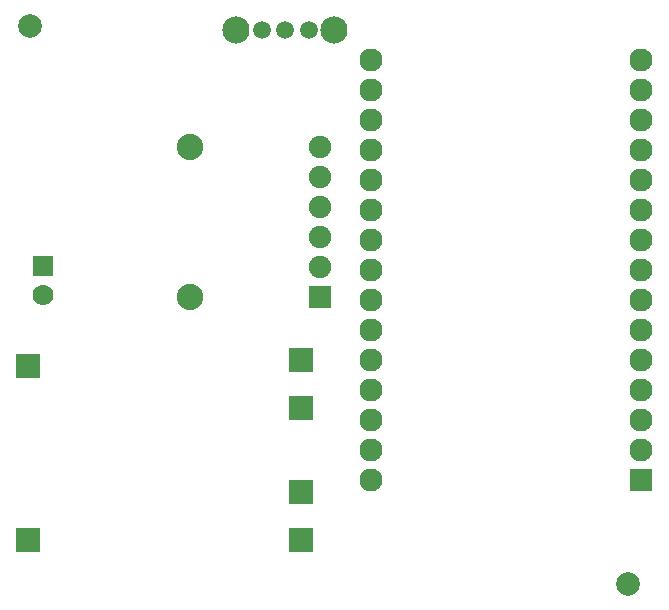
<source format=gbr>
G04*
G04 #@! TF.GenerationSoftware,Altium Limited,Altium Designer,24.6.1 (21)*
G04*
G04 Layer_Color=8388736*
%FSLAX44Y44*%
%MOMM*%
G71*
G04*
G04 #@! TF.SameCoordinates,8B27C9E9-A4C2-4BD9-AFE1-7C446D6426E9*
G04*
G04*
G04 #@! TF.FilePolarity,Negative*
G04*
G01*
G75*
%ADD15C,2.0032*%
%ADD16C,1.5112*%
%ADD17C,2.3032*%
%ADD18C,1.9558*%
%ADD19R,1.9558X1.9558*%
%ADD20R,1.7782X1.7782*%
%ADD21C,1.7782*%
%ADD22R,2.0032X2.0032*%
%ADD23C,1.9016*%
%ADD24R,1.9016X1.9016*%
%ADD25C,2.2352*%
D15*
X919247Y1240364D02*
D03*
X1424940Y768350D02*
D03*
D16*
X1155060Y1236980D02*
D03*
X1115060D02*
D03*
X1135060D02*
D03*
D17*
X1176560D02*
D03*
X1093560D02*
D03*
D18*
X1207770Y1211580D02*
D03*
Y1186180D02*
D03*
Y1160780D02*
D03*
Y1135380D02*
D03*
Y1109980D02*
D03*
Y1084580D02*
D03*
Y1059180D02*
D03*
Y1033780D02*
D03*
Y1008380D02*
D03*
Y982980D02*
D03*
Y957580D02*
D03*
Y932180D02*
D03*
Y906780D02*
D03*
Y881380D02*
D03*
Y855980D02*
D03*
X1436370Y1211580D02*
D03*
Y1186180D02*
D03*
Y1160780D02*
D03*
Y1135380D02*
D03*
Y1109980D02*
D03*
Y1084580D02*
D03*
Y1059180D02*
D03*
Y1033780D02*
D03*
Y1008380D02*
D03*
Y982980D02*
D03*
Y957580D02*
D03*
Y932180D02*
D03*
Y906780D02*
D03*
Y881380D02*
D03*
D19*
Y855980D02*
D03*
D20*
X929810Y1037390D02*
D03*
D21*
Y1012390D02*
D03*
D22*
X916940Y952500D02*
D03*
Y805180D02*
D03*
X1148080Y957580D02*
D03*
Y805180D02*
D03*
Y916940D02*
D03*
Y845820D02*
D03*
D23*
X1164590Y1137920D02*
D03*
Y1112520D02*
D03*
Y1087120D02*
D03*
Y1061720D02*
D03*
Y1036320D02*
D03*
D24*
Y1010920D02*
D03*
D25*
X1054100D02*
D03*
Y1137920D02*
D03*
M02*

</source>
